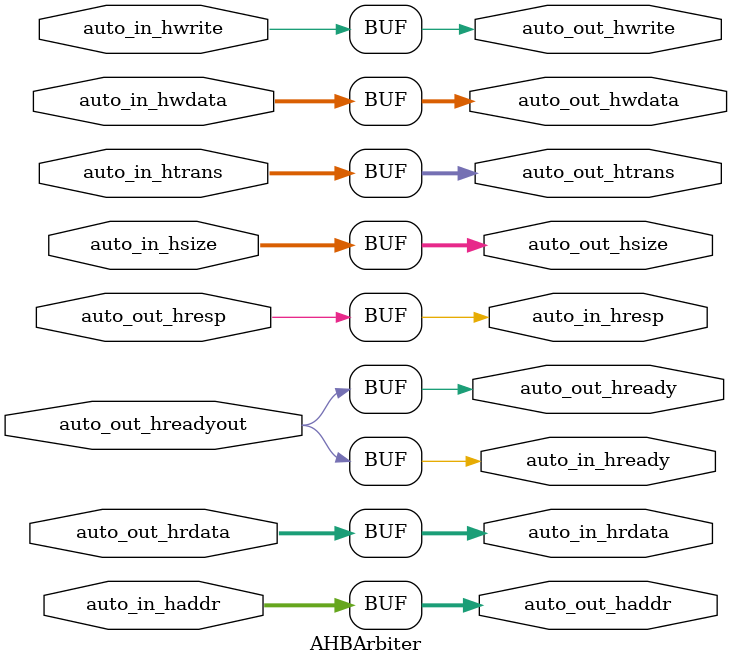
<source format=sv>
module AHBArbiter(
  output        auto_in_hready,
  input  [1:0]  auto_in_htrans,
  input  [2:0]  auto_in_hsize,
  input         auto_in_hwrite,
  input  [29:0] auto_in_haddr,
  input  [31:0] auto_in_hwdata,
  output        auto_in_hresp,
  output [31:0] auto_in_hrdata,
  output        auto_out_hready,
  input         auto_out_hreadyout,
  output [1:0]  auto_out_htrans,
  output [2:0]  auto_out_hsize,
  output        auto_out_hwrite,
  output [29:0] auto_out_haddr,
  output [31:0] auto_out_hwdata,
  input         auto_out_hresp,
  input  [31:0] auto_out_hrdata
);
  assign auto_in_hready = auto_out_hreadyout;
  assign auto_in_hresp = auto_out_hresp;
  assign auto_in_hrdata = auto_out_hrdata;
  assign auto_out_hready = auto_out_hreadyout;
  assign auto_out_htrans = auto_in_htrans;
  assign auto_out_hsize = auto_in_hsize;
  assign auto_out_hwrite = auto_in_hwrite;
  assign auto_out_haddr = auto_in_haddr;
  assign auto_out_hwdata = auto_in_hwdata;

endmodule

</source>
